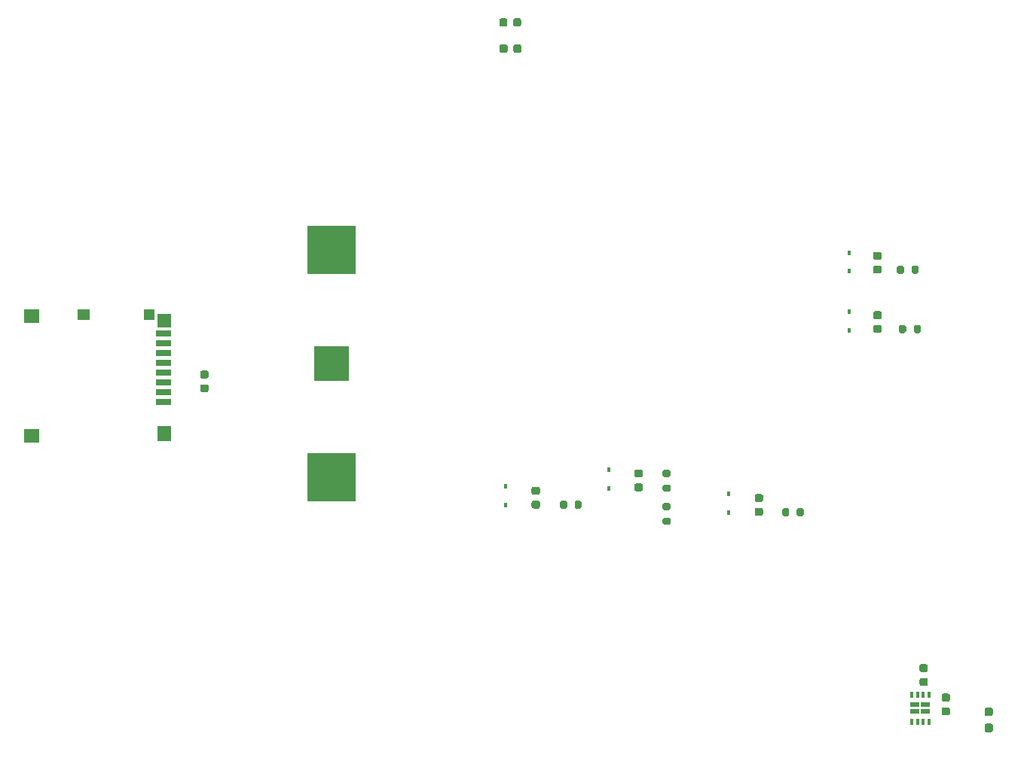
<source format=gbr>
%TF.GenerationSoftware,KiCad,Pcbnew,(5.1.8)-1*%
%TF.CreationDate,2021-01-17T18:30:32+01:00*%
%TF.ProjectId,teensy4_header_breakout,7465656e-7379-4345-9f68-65616465725f,rev?*%
%TF.SameCoordinates,Original*%
%TF.FileFunction,Paste,Bot*%
%TF.FilePolarity,Positive*%
%FSLAX46Y46*%
G04 Gerber Fmt 4.6, Leading zero omitted, Abs format (unit mm)*
G04 Created by KiCad (PCBNEW (5.1.8)-1) date 2021-01-17 18:30:32*
%MOMM*%
%LPD*%
G01*
G04 APERTURE LIST*
%ADD10R,0.450000X0.600000*%
%ADD11R,4.000000X4.000000*%
%ADD12R,5.500000X5.500000*%
%ADD13R,0.350000X0.650000*%
%ADD14R,1.000000X0.600000*%
%ADD15R,1.680000X0.800000*%
%ADD16R,1.500000X1.600000*%
%ADD17R,1.300000X1.290000*%
%ADD18R,1.400000X1.290000*%
%ADD19R,1.700000X1.500000*%
%ADD20R,1.500000X1.700000*%
G04 APERTURE END LIST*
%TO.C,C10*%
G36*
G01*
X109733200Y-33125600D02*
X109733200Y-33625600D01*
G75*
G02*
X109508200Y-33850600I-225000J0D01*
G01*
X109058200Y-33850600D01*
G75*
G02*
X108833200Y-33625600I0J225000D01*
G01*
X108833200Y-33125600D01*
G75*
G02*
X109058200Y-32900600I225000J0D01*
G01*
X109508200Y-32900600D01*
G75*
G02*
X109733200Y-33125600I0J-225000D01*
G01*
G37*
G36*
G01*
X111283200Y-33125600D02*
X111283200Y-33625600D01*
G75*
G02*
X111058200Y-33850600I-225000J0D01*
G01*
X110608200Y-33850600D01*
G75*
G02*
X110383200Y-33625600I0J225000D01*
G01*
X110383200Y-33125600D01*
G75*
G02*
X110608200Y-32900600I225000J0D01*
G01*
X111058200Y-32900600D01*
G75*
G02*
X111283200Y-33125600I0J-225000D01*
G01*
G37*
%TD*%
D10*
%TO.C,D3*%
X109524800Y-87689400D03*
X109524800Y-85589400D03*
%TD*%
%TO.C,R1*%
G36*
G01*
X115640400Y-87905000D02*
X115640400Y-87355000D01*
G75*
G02*
X115840400Y-87155000I200000J0D01*
G01*
X116240400Y-87155000D01*
G75*
G02*
X116440400Y-87355000I0J-200000D01*
G01*
X116440400Y-87905000D01*
G75*
G02*
X116240400Y-88105000I-200000J0D01*
G01*
X115840400Y-88105000D01*
G75*
G02*
X115640400Y-87905000I0J200000D01*
G01*
G37*
G36*
G01*
X117290400Y-87905000D02*
X117290400Y-87355000D01*
G75*
G02*
X117490400Y-87155000I200000J0D01*
G01*
X117890400Y-87155000D01*
G75*
G02*
X118090400Y-87355000I0J-200000D01*
G01*
X118090400Y-87905000D01*
G75*
G02*
X117890400Y-88105000I-200000J0D01*
G01*
X117490400Y-88105000D01*
G75*
G02*
X117290400Y-87905000I0J200000D01*
G01*
G37*
%TD*%
%TO.C,C1*%
G36*
G01*
X113178400Y-86517600D02*
X112678400Y-86517600D01*
G75*
G02*
X112453400Y-86292600I0J225000D01*
G01*
X112453400Y-85842600D01*
G75*
G02*
X112678400Y-85617600I225000J0D01*
G01*
X113178400Y-85617600D01*
G75*
G02*
X113403400Y-85842600I0J-225000D01*
G01*
X113403400Y-86292600D01*
G75*
G02*
X113178400Y-86517600I-225000J0D01*
G01*
G37*
G36*
G01*
X113178400Y-88067600D02*
X112678400Y-88067600D01*
G75*
G02*
X112453400Y-87842600I0J225000D01*
G01*
X112453400Y-87392600D01*
G75*
G02*
X112678400Y-87167600I225000J0D01*
G01*
X113178400Y-87167600D01*
G75*
G02*
X113403400Y-87392600I0J-225000D01*
G01*
X113403400Y-87842600D01*
G75*
G02*
X113178400Y-88067600I-225000J0D01*
G01*
G37*
%TD*%
%TO.C,R4*%
G36*
G01*
X140608600Y-88743200D02*
X140608600Y-88193200D01*
G75*
G02*
X140808600Y-87993200I200000J0D01*
G01*
X141208600Y-87993200D01*
G75*
G02*
X141408600Y-88193200I0J-200000D01*
G01*
X141408600Y-88743200D01*
G75*
G02*
X141208600Y-88943200I-200000J0D01*
G01*
X140808600Y-88943200D01*
G75*
G02*
X140608600Y-88743200I0J200000D01*
G01*
G37*
G36*
G01*
X142258600Y-88743200D02*
X142258600Y-88193200D01*
G75*
G02*
X142458600Y-87993200I200000J0D01*
G01*
X142858600Y-87993200D01*
G75*
G02*
X143058600Y-88193200I0J-200000D01*
G01*
X143058600Y-88743200D01*
G75*
G02*
X142858600Y-88943200I-200000J0D01*
G01*
X142458600Y-88943200D01*
G75*
G02*
X142258600Y-88743200I0J200000D01*
G01*
G37*
%TD*%
%TO.C,C6*%
G36*
G01*
X75942000Y-73436600D02*
X75442000Y-73436600D01*
G75*
G02*
X75217000Y-73211600I0J225000D01*
G01*
X75217000Y-72761600D01*
G75*
G02*
X75442000Y-72536600I225000J0D01*
G01*
X75942000Y-72536600D01*
G75*
G02*
X76167000Y-72761600I0J-225000D01*
G01*
X76167000Y-73211600D01*
G75*
G02*
X75942000Y-73436600I-225000J0D01*
G01*
G37*
G36*
G01*
X75942000Y-74986600D02*
X75442000Y-74986600D01*
G75*
G02*
X75217000Y-74761600I0J225000D01*
G01*
X75217000Y-74311600D01*
G75*
G02*
X75442000Y-74086600I225000J0D01*
G01*
X75942000Y-74086600D01*
G75*
G02*
X76167000Y-74311600I0J-225000D01*
G01*
X76167000Y-74761600D01*
G75*
G02*
X75942000Y-74986600I-225000J0D01*
G01*
G37*
%TD*%
%TO.C,D6*%
X134569200Y-88527600D03*
X134569200Y-86427600D03*
%TD*%
%TO.C,D5*%
X148158200Y-68004400D03*
X148158200Y-65904400D03*
%TD*%
%TO.C,D4*%
X148158200Y-61375000D03*
X148158200Y-59275000D03*
%TD*%
%TO.C,D2*%
X121107200Y-85793000D03*
X121107200Y-83693000D03*
%TD*%
D11*
%TO.C,U4*%
X89966800Y-71755000D03*
D12*
X89966800Y-59005000D03*
X89966800Y-84505000D03*
%TD*%
D13*
%TO.C,U3*%
X155158800Y-108965400D03*
X155808800Y-108965400D03*
X156458800Y-108965400D03*
X157108800Y-108965400D03*
X157108800Y-112065400D03*
X156458800Y-112065400D03*
X155808800Y-112065400D03*
X155158800Y-112065400D03*
D14*
X156733800Y-110127900D03*
X156733800Y-110902900D03*
X155533800Y-110902900D03*
X155533800Y-110127900D03*
%TD*%
D15*
%TO.C,SDcard1*%
X71077200Y-76039400D03*
X71077200Y-74939400D03*
X71077200Y-73839400D03*
X71077200Y-72739400D03*
X71077200Y-71639400D03*
X71077200Y-70539400D03*
X71077200Y-69439400D03*
X71077200Y-68339400D03*
D16*
X71167200Y-66939400D03*
D17*
X69517200Y-66284400D03*
D18*
X62117200Y-66284400D03*
D19*
X56317200Y-66389400D03*
X56317200Y-79889400D03*
D20*
X71167200Y-79589400D03*
%TD*%
%TO.C,R8*%
G36*
G01*
X164067500Y-111409300D02*
X163592500Y-111409300D01*
G75*
G02*
X163355000Y-111171800I0J237500D01*
G01*
X163355000Y-110671800D01*
G75*
G02*
X163592500Y-110434300I237500J0D01*
G01*
X164067500Y-110434300D01*
G75*
G02*
X164305000Y-110671800I0J-237500D01*
G01*
X164305000Y-111171800D01*
G75*
G02*
X164067500Y-111409300I-237500J0D01*
G01*
G37*
G36*
G01*
X164067500Y-113234300D02*
X163592500Y-113234300D01*
G75*
G02*
X163355000Y-112996800I0J237500D01*
G01*
X163355000Y-112496800D01*
G75*
G02*
X163592500Y-112259300I237500J0D01*
G01*
X164067500Y-112259300D01*
G75*
G02*
X164305000Y-112496800I0J-237500D01*
G01*
X164305000Y-112996800D01*
G75*
G02*
X164067500Y-113234300I-237500J0D01*
G01*
G37*
%TD*%
%TO.C,R6*%
G36*
G01*
X127910000Y-84524800D02*
X127360000Y-84524800D01*
G75*
G02*
X127160000Y-84324800I0J200000D01*
G01*
X127160000Y-83924800D01*
G75*
G02*
X127360000Y-83724800I200000J0D01*
G01*
X127910000Y-83724800D01*
G75*
G02*
X128110000Y-83924800I0J-200000D01*
G01*
X128110000Y-84324800D01*
G75*
G02*
X127910000Y-84524800I-200000J0D01*
G01*
G37*
G36*
G01*
X127910000Y-86174800D02*
X127360000Y-86174800D01*
G75*
G02*
X127160000Y-85974800I0J200000D01*
G01*
X127160000Y-85574800D01*
G75*
G02*
X127360000Y-85374800I200000J0D01*
G01*
X127910000Y-85374800D01*
G75*
G02*
X128110000Y-85574800I0J-200000D01*
G01*
X128110000Y-85974800D01*
G75*
G02*
X127910000Y-86174800I-200000J0D01*
G01*
G37*
%TD*%
%TO.C,R5*%
G36*
G01*
X127910000Y-89883200D02*
X127360000Y-89883200D01*
G75*
G02*
X127160000Y-89683200I0J200000D01*
G01*
X127160000Y-89283200D01*
G75*
G02*
X127360000Y-89083200I200000J0D01*
G01*
X127910000Y-89083200D01*
G75*
G02*
X128110000Y-89283200I0J-200000D01*
G01*
X128110000Y-89683200D01*
G75*
G02*
X127910000Y-89883200I-200000J0D01*
G01*
G37*
G36*
G01*
X127910000Y-88233200D02*
X127360000Y-88233200D01*
G75*
G02*
X127160000Y-88033200I0J200000D01*
G01*
X127160000Y-87633200D01*
G75*
G02*
X127360000Y-87433200I200000J0D01*
G01*
X127910000Y-87433200D01*
G75*
G02*
X128110000Y-87633200I0J-200000D01*
G01*
X128110000Y-88033200D01*
G75*
G02*
X127910000Y-88233200I-200000J0D01*
G01*
G37*
%TD*%
%TO.C,R3*%
G36*
G01*
X155161800Y-61463600D02*
X155161800Y-60913600D01*
G75*
G02*
X155361800Y-60713600I200000J0D01*
G01*
X155761800Y-60713600D01*
G75*
G02*
X155961800Y-60913600I0J-200000D01*
G01*
X155961800Y-61463600D01*
G75*
G02*
X155761800Y-61663600I-200000J0D01*
G01*
X155361800Y-61663600D01*
G75*
G02*
X155161800Y-61463600I0J200000D01*
G01*
G37*
G36*
G01*
X153511800Y-61463600D02*
X153511800Y-60913600D01*
G75*
G02*
X153711800Y-60713600I200000J0D01*
G01*
X154111800Y-60713600D01*
G75*
G02*
X154311800Y-60913600I0J-200000D01*
G01*
X154311800Y-61463600D01*
G75*
G02*
X154111800Y-61663600I-200000J0D01*
G01*
X153711800Y-61663600D01*
G75*
G02*
X153511800Y-61463600I0J200000D01*
G01*
G37*
%TD*%
%TO.C,R2*%
G36*
G01*
X153740400Y-68143800D02*
X153740400Y-67593800D01*
G75*
G02*
X153940400Y-67393800I200000J0D01*
G01*
X154340400Y-67393800D01*
G75*
G02*
X154540400Y-67593800I0J-200000D01*
G01*
X154540400Y-68143800D01*
G75*
G02*
X154340400Y-68343800I-200000J0D01*
G01*
X153940400Y-68343800D01*
G75*
G02*
X153740400Y-68143800I0J200000D01*
G01*
G37*
G36*
G01*
X155390400Y-68143800D02*
X155390400Y-67593800D01*
G75*
G02*
X155590400Y-67393800I200000J0D01*
G01*
X155990400Y-67393800D01*
G75*
G02*
X156190400Y-67593800I0J-200000D01*
G01*
X156190400Y-68143800D01*
G75*
G02*
X155990400Y-68343800I-200000J0D01*
G01*
X155590400Y-68343800D01*
G75*
G02*
X155390400Y-68143800I0J200000D01*
G01*
G37*
%TD*%
%TO.C,C11*%
G36*
G01*
X110408600Y-36572000D02*
X110408600Y-36072000D01*
G75*
G02*
X110633600Y-35847000I225000J0D01*
G01*
X111083600Y-35847000D01*
G75*
G02*
X111308600Y-36072000I0J-225000D01*
G01*
X111308600Y-36572000D01*
G75*
G02*
X111083600Y-36797000I-225000J0D01*
G01*
X110633600Y-36797000D01*
G75*
G02*
X110408600Y-36572000I0J225000D01*
G01*
G37*
G36*
G01*
X108858600Y-36572000D02*
X108858600Y-36072000D01*
G75*
G02*
X109083600Y-35847000I225000J0D01*
G01*
X109533600Y-35847000D01*
G75*
G02*
X109758600Y-36072000I0J-225000D01*
G01*
X109758600Y-36572000D01*
G75*
G02*
X109533600Y-36797000I-225000J0D01*
G01*
X109083600Y-36797000D01*
G75*
G02*
X108858600Y-36572000I0J225000D01*
G01*
G37*
%TD*%
%TO.C,C9*%
G36*
G01*
X156764800Y-106456600D02*
X156264800Y-106456600D01*
G75*
G02*
X156039800Y-106231600I0J225000D01*
G01*
X156039800Y-105781600D01*
G75*
G02*
X156264800Y-105556600I225000J0D01*
G01*
X156764800Y-105556600D01*
G75*
G02*
X156989800Y-105781600I0J-225000D01*
G01*
X156989800Y-106231600D01*
G75*
G02*
X156764800Y-106456600I-225000J0D01*
G01*
G37*
G36*
G01*
X156764800Y-108006600D02*
X156264800Y-108006600D01*
G75*
G02*
X156039800Y-107781600I0J225000D01*
G01*
X156039800Y-107331600D01*
G75*
G02*
X156264800Y-107106600I225000J0D01*
G01*
X156764800Y-107106600D01*
G75*
G02*
X156989800Y-107331600I0J-225000D01*
G01*
X156989800Y-107781600D01*
G75*
G02*
X156764800Y-108006600I-225000J0D01*
G01*
G37*
%TD*%
%TO.C,C8*%
G36*
G01*
X158754000Y-110421000D02*
X159254000Y-110421000D01*
G75*
G02*
X159479000Y-110646000I0J-225000D01*
G01*
X159479000Y-111096000D01*
G75*
G02*
X159254000Y-111321000I-225000J0D01*
G01*
X158754000Y-111321000D01*
G75*
G02*
X158529000Y-111096000I0J225000D01*
G01*
X158529000Y-110646000D01*
G75*
G02*
X158754000Y-110421000I225000J0D01*
G01*
G37*
G36*
G01*
X158754000Y-108871000D02*
X159254000Y-108871000D01*
G75*
G02*
X159479000Y-109096000I0J-225000D01*
G01*
X159479000Y-109546000D01*
G75*
G02*
X159254000Y-109771000I-225000J0D01*
G01*
X158754000Y-109771000D01*
G75*
G02*
X158529000Y-109546000I0J225000D01*
G01*
X158529000Y-109096000D01*
G75*
G02*
X158754000Y-108871000I225000J0D01*
G01*
G37*
%TD*%
%TO.C,C5*%
G36*
G01*
X124735400Y-84574800D02*
X124235400Y-84574800D01*
G75*
G02*
X124010400Y-84349800I0J225000D01*
G01*
X124010400Y-83899800D01*
G75*
G02*
X124235400Y-83674800I225000J0D01*
G01*
X124735400Y-83674800D01*
G75*
G02*
X124960400Y-83899800I0J-225000D01*
G01*
X124960400Y-84349800D01*
G75*
G02*
X124735400Y-84574800I-225000J0D01*
G01*
G37*
G36*
G01*
X124735400Y-86124800D02*
X124235400Y-86124800D01*
G75*
G02*
X124010400Y-85899800I0J225000D01*
G01*
X124010400Y-85449800D01*
G75*
G02*
X124235400Y-85224800I225000J0D01*
G01*
X124735400Y-85224800D01*
G75*
G02*
X124960400Y-85449800I0J-225000D01*
G01*
X124960400Y-85899800D01*
G75*
G02*
X124735400Y-86124800I-225000J0D01*
G01*
G37*
%TD*%
%TO.C,C4*%
G36*
G01*
X138248200Y-87330400D02*
X137748200Y-87330400D01*
G75*
G02*
X137523200Y-87105400I0J225000D01*
G01*
X137523200Y-86655400D01*
G75*
G02*
X137748200Y-86430400I225000J0D01*
G01*
X138248200Y-86430400D01*
G75*
G02*
X138473200Y-86655400I0J-225000D01*
G01*
X138473200Y-87105400D01*
G75*
G02*
X138248200Y-87330400I-225000J0D01*
G01*
G37*
G36*
G01*
X138248200Y-88880400D02*
X137748200Y-88880400D01*
G75*
G02*
X137523200Y-88655400I0J225000D01*
G01*
X137523200Y-88205400D01*
G75*
G02*
X137748200Y-87980400I225000J0D01*
G01*
X138248200Y-87980400D01*
G75*
G02*
X138473200Y-88205400I0J-225000D01*
G01*
X138473200Y-88655400D01*
G75*
G02*
X138248200Y-88880400I-225000J0D01*
G01*
G37*
%TD*%
%TO.C,C3*%
G36*
G01*
X151557800Y-60076200D02*
X151057800Y-60076200D01*
G75*
G02*
X150832800Y-59851200I0J225000D01*
G01*
X150832800Y-59401200D01*
G75*
G02*
X151057800Y-59176200I225000J0D01*
G01*
X151557800Y-59176200D01*
G75*
G02*
X151782800Y-59401200I0J-225000D01*
G01*
X151782800Y-59851200D01*
G75*
G02*
X151557800Y-60076200I-225000J0D01*
G01*
G37*
G36*
G01*
X151557800Y-61626200D02*
X151057800Y-61626200D01*
G75*
G02*
X150832800Y-61401200I0J225000D01*
G01*
X150832800Y-60951200D01*
G75*
G02*
X151057800Y-60726200I225000J0D01*
G01*
X151557800Y-60726200D01*
G75*
G02*
X151782800Y-60951200I0J-225000D01*
G01*
X151782800Y-61401200D01*
G75*
G02*
X151557800Y-61626200I-225000J0D01*
G01*
G37*
%TD*%
%TO.C,C2*%
G36*
G01*
X151583200Y-66756400D02*
X151083200Y-66756400D01*
G75*
G02*
X150858200Y-66531400I0J225000D01*
G01*
X150858200Y-66081400D01*
G75*
G02*
X151083200Y-65856400I225000J0D01*
G01*
X151583200Y-65856400D01*
G75*
G02*
X151808200Y-66081400I0J-225000D01*
G01*
X151808200Y-66531400D01*
G75*
G02*
X151583200Y-66756400I-225000J0D01*
G01*
G37*
G36*
G01*
X151583200Y-68306400D02*
X151083200Y-68306400D01*
G75*
G02*
X150858200Y-68081400I0J225000D01*
G01*
X150858200Y-67631400D01*
G75*
G02*
X151083200Y-67406400I225000J0D01*
G01*
X151583200Y-67406400D01*
G75*
G02*
X151808200Y-67631400I0J-225000D01*
G01*
X151808200Y-68081400D01*
G75*
G02*
X151583200Y-68306400I-225000J0D01*
G01*
G37*
%TD*%
M02*

</source>
